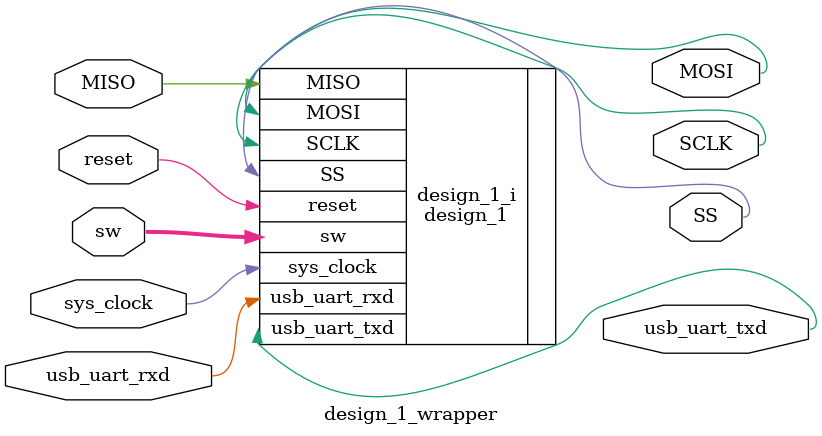
<source format=v>
`timescale 1 ps / 1 ps

module design_1_wrapper
   (MISO,
    MOSI,
    SCLK,
    SS,
    reset,
    sw,
    sys_clock,
    usb_uart_rxd,
    usb_uart_txd);
  input MISO;
  output MOSI;
  output SCLK;
  output SS;
  input reset;
  input [7:0]sw;
  input sys_clock;
  input usb_uart_rxd;
  output usb_uart_txd;

  wire MISO;
  wire MOSI;
  wire SCLK;
  wire SS;
  wire reset;
  wire [7:0]sw;
  wire sys_clock;
  wire usb_uart_rxd;
  wire usb_uart_txd;

  design_1 design_1_i
       (.MISO(MISO),
        .MOSI(MOSI),
        .SCLK(SCLK),
        .SS(SS),
        .reset(reset),
        .sw(sw),
        .sys_clock(sys_clock),
        .usb_uart_rxd(usb_uart_rxd),
        .usb_uart_txd(usb_uart_txd));
endmodule

</source>
